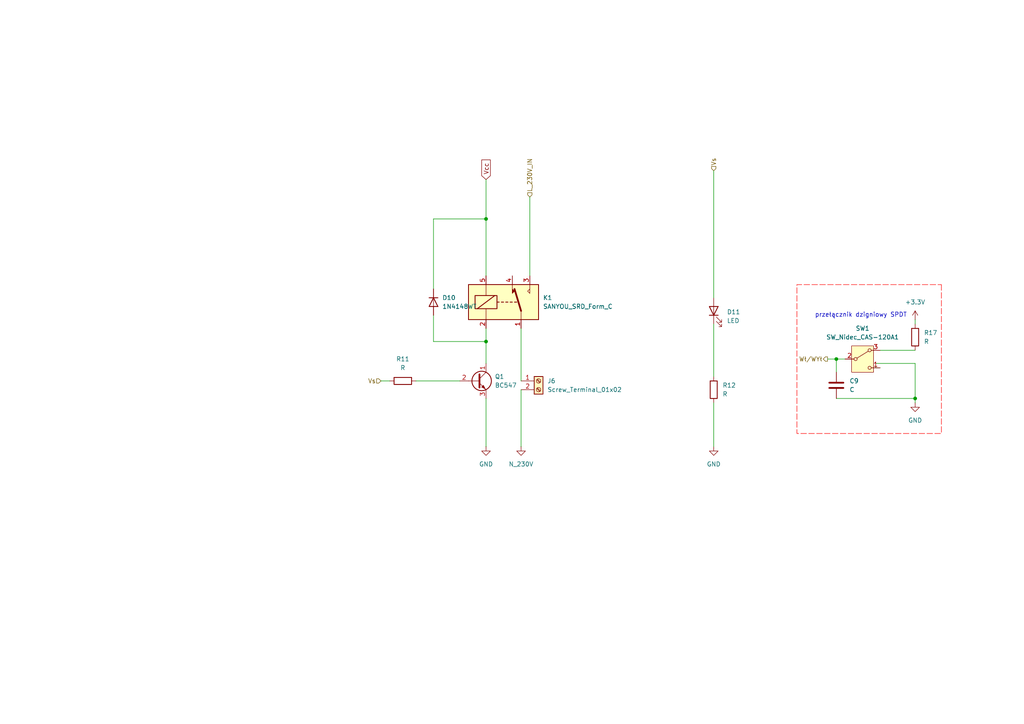
<source format=kicad_sch>
(kicad_sch (version 20250114) (generator "eeschema") (generator_version "9.0")
  (paper "A4")
  (lib_symbols
    (symbol "Connector:Screw_Terminal_01x02" (pin_names (offset 1.016) (hide yes))
      (property "Reference" "J" (at 0 2.54 0))
      (property "Value" "Screw_Terminal_01x02" (at 0 -5.08 0))
      (symbol "Screw_Terminal_01x02_1_1"
        (rectangle (start -1.27 1.27) (end 1.27 -3.81) (stroke (width 0.254)) (fill (type background)))
        (polyline (pts (xy -0.5334 0.3302) (xy 0.3302 -0.508)) (stroke (width 0.1524)))
        (polyline (pts (xy -0.5334 -2.2098) (xy 0.3302 -3.048)) (stroke (width 0.1524)))
        (polyline (pts (xy -0.3556 0.508) (xy 0.508 -0.3302)) (stroke (width 0.1524)))
        (polyline (pts (xy -0.3556 -2.032) (xy 0.508 -2.8702)) (stroke (width 0.1524)))
        (circle (center 0 0) (radius 0.635) (stroke (width 0.1524)))
        (circle (center 0 -2.54) (radius 0.635) (stroke (width 0.1524)))
        (pin passive line (at -5.08 0 0) (length 3.81) (name "Pin_1") (number "1"))
        (pin passive line (at -5.08 -2.54 0) (length 3.81) (name "Pin_2") (number "2"))
      )
    )
    (symbol "Device:C" (pin_numbers (hide yes)) (pin_names (offset 0.254))
      (property "Reference" "C" (at 0.635 2.54 0))
      (property "Value" "C" (at 0.635 -2.54 0))
      (symbol "C_0_1"
        (polyline (pts (xy -2.032 0.762) (xy 2.032 0.762)) (stroke (width 0.508)))
        (polyline (pts (xy -2.032 -0.762) (xy 2.032 -0.762)) (stroke (width 0.508)))
      )
      (symbol "C_1_1"
        (pin passive line (at 0 3.81 270) (length 2.794) (name "~") (number "1"))
        (pin passive line (at 0 -3.81 90) (length 2.794) (name "~") (number "2"))
      )
    )
    (symbol "Device:LED" (pin_numbers (hide yes)) (pin_names (offset 1.016) (hide yes))
      (property "Reference" "D" (at 0 2.54 0))
      (property "Value" "LED" (at 0 -2.54 0))
      (symbol "LED_0_1"
        (polyline (pts (xy -3.048 -0.762) (xy -4.572 -2.286) (xy -3.81 -2.286) (xy -4.572 -2.286) (xy -4.572 -1.524)))
        (polyline (pts (xy -1.778 -0.762) (xy -3.302 -2.286) (xy -2.54 -2.286) (xy -3.302 -2.286) (xy -3.302 -1.524)))
        (polyline (pts (xy -1.27 0) (xy 1.27 0)))
        (polyline (pts (xy -1.27 -1.27) (xy -1.27 1.27)) (stroke (width 0.254)))
        (polyline (pts (xy 1.27 -1.27) (xy 1.27 1.27) (xy -1.27 0) (xy 1.27 -1.27)) (stroke (width 0.254)))
      )
      (symbol "LED_1_1"
        (pin passive line (at -3.81 0 0) (length 2.54) (name "K") (number "1"))
        (pin passive line (at 3.81 0 180) (length 2.54) (name "A") (number "2"))
      )
    )
    (symbol "Device:R" (pin_numbers (hide yes)) (pin_names (offset 0))
      (property "Reference" "R" (at 2.032 0 90))
      (property "Value" "R" (at 0 0 90))
      (symbol "R_0_1"
        (rectangle (start -1.016 -2.54) (end 1.016 2.54) (stroke (width 0.254)))
      )
      (symbol "R_1_1"
        (pin passive line (at 0 3.81 270) (length 1.27) (name "~") (number "1"))
        (pin passive line (at 0 -3.81 90) (length 1.27) (name "~") (number "2"))
      )
    )
    (symbol "Diode:1N4148WT" (pin_numbers (hide yes)) (pin_names (hide yes))
      (property "Reference" "D" (at 0 2.54 0))
      (property "Value" "1N4148WT" (at 0 -2.54 0))
      (symbol "1N4148WT_0_1"
        (polyline (pts (xy -1.27 1.27) (xy -1.27 -1.27)) (stroke (width 0.254)))
        (polyline (pts (xy 1.27 1.27) (xy 1.27 -1.27) (xy -1.27 0) (xy 1.27 1.27)) (stroke (width 0.254)))
        (polyline (pts (xy 1.27 0) (xy -1.27 0)))
      )
      (symbol "1N4148WT_1_1"
        (pin passive line (at -3.81 0 0) (length 2.54) (name "K") (number "1"))
        (pin passive line (at 3.81 0 180) (length 2.54) (name "A") (number "2"))
      )
    )
    (symbol "Relay:SANYOU_SRD_Form_C"
      (property "Reference" "K" (at 11.43 3.81 0))
      (property "Value" "SANYOU_SRD_Form_C" (at 11.43 1.27 0))
      (symbol "SANYOU_SRD_Form_C_0_0"
        (polyline (pts (xy 7.62 5.08) (xy 7.62 2.54) (xy 6.985 3.175) (xy 7.62 3.81)))
      )
      (symbol "SANYOU_SRD_Form_C_0_1"
        (rectangle (start -10.16 5.08) (end 10.16 -5.08) (stroke (width 0.254)) (fill (type background)))
        (rectangle (start -8.255 1.905) (end -1.905 -1.905) (stroke (width 0.254)))
        (polyline (pts (xy -7.62 -1.905) (xy -2.54 1.905)) (stroke (width 0.254)))
        (polyline (pts (xy -5.08 5.08) (xy -5.08 1.905)))
        (polyline (pts (xy -5.08 -5.08) (xy -5.08 -1.905)))
        (polyline (pts (xy -1.905 0) (xy -1.27 0)) (stroke (width 0.254)))
        (polyline (pts (xy -0.635 0) (xy 0 0)) (stroke (width 0.254)))
        (polyline (pts (xy 0.635 0) (xy 1.27 0)) (stroke (width 0.254)))
        (polyline (pts (xy 1.905 0) (xy 2.54 0)) (stroke (width 0.254)))
        (polyline (pts (xy 3.175 0) (xy 3.81 0)) (stroke (width 0.254)))
        (polyline (pts (xy 5.08 -2.54) (xy 3.175 3.81)) (stroke (width 0.508)))
        (polyline (pts (xy 5.08 -2.54) (xy 5.08 -5.08)))
      )
      (symbol "SANYOU_SRD_Form_C_1_1"
        (polyline (pts (xy 2.54 3.81) (xy 3.175 3.175) (xy 2.54 2.54) (xy 2.54 5.08)) (fill (type outline)))
        (pin passive line (at -5.08 7.62 270) (length 2.54) (name "~") (number "5"))
        (pin passive line (at -5.08 -7.62 90) (length 2.54) (name "~") (number "2"))
        (pin passive line (at 2.54 7.62 270) (length 2.54) (name "~") (number "4"))
        (pin passive line (at 5.08 -7.62 90) (length 2.54) (name "~") (number "1"))
        (pin passive line (at 7.62 7.62 270) (length 2.54) (name "~") (number "3"))
      )
    )
    (symbol "Switch:SW_Nidec_CAS-120A1" (pin_names (offset 1) (hide yes))
      (property "Reference" "SW" (at 0 4.318 0))
      (property "Value" "SW_Nidec_CAS-120A1" (at 0 -5.08 0))
      (symbol "SW_Nidec_CAS-120A1_0_1"
        (circle (center -2.032 0) (radius 0.4572))
        (polyline (pts (xy -1.651 0.254) (xy 1.651 2.286)))
        (circle (center 2.032 2.54) (radius 0.4572))
        (circle (center 2.032 -2.54) (radius 0.4572))
      )
      (symbol "SW_Nidec_CAS-120A1_1_1"
        (rectangle (start -3.175 3.81) (end 3.175 -3.81) (fill (type background)))
        (pin passive line (at -5.08 0 0) (length 2.54) (name "B") (number "2"))
        (pin passive line (at 5.08 2.54 180) (length 2.54) (name "A") (number "3"))
        (pin passive line (at 5.08 -2.54 180) (length 2.54) (name "C") (number "1"))
      )
    )
    (symbol "Transistor_BJT:BC547" (pin_names (offset 0) (hide yes))
      (property "Reference" "Q" (at 5.08 1.905 0))
      (property "Value" "BC547" (at 5.08 0 0))
      (symbol "BC547_0_1"
        (polyline (pts (xy -2.54 0) (xy 0.635 0)))
        (polyline (pts (xy 0.635 1.905) (xy 0.635 -1.905)) (stroke (width 0.508)))
        (circle (center 1.27 0) (radius 2.8194) (stroke (width 0.254)))
      )
      (symbol "BC547_1_1"
        (polyline (pts (xy 0.635 0.635) (xy 2.54 2.54)))
        (polyline (pts (xy 0.635 -0.635) (xy 2.54 -2.54)))
        (polyline (pts (xy 1.27 -1.778) (xy 1.778 -1.27) (xy 2.286 -2.286) (xy 1.27 -1.778)) (fill (type outline)))
        (pin input line (at -5.08 0 0) (length 2.54) (name "B") (number "2"))
        (pin passive line (at 2.54 5.08 270) (length 2.54) (name "C") (number "1"))
        (pin passive line (at 2.54 -5.08 90) (length 2.54) (name "E") (number "3"))
      )
    )
    (symbol "power:+5V" (power) (pin_numbers (hide yes)) (pin_names (offset 0) (hide yes))
      (property "Value" "+5V" (at 0 3.556 0))
      (symbol "+5V_0_1"
        (polyline (pts (xy -0.762 1.27) (xy 0 2.54)))
        (polyline (pts (xy 0 2.54) (xy 0.762 1.27)))
        (polyline (pts (xy 0 0) (xy 0 2.54)))
      )
      (symbol "+5V_1_1"
        (pin power_in line (at 0 0 90) (length 0) (name "~") (number "1"))
      )
    )
    (symbol "power:GND" (power) (pin_numbers (hide yes)) (pin_names (offset 0) (hide yes))
      (property "Value" "GND" (at 0 -3.81 0))
      (symbol "GND_0_1"
        (polyline (pts (xy 0 0) (xy 0 -1.27) (xy 1.27 -1.27) (xy 0 -2.54) (xy -1.27 -1.27) (xy 0 -1.27)))
      )
      (symbol "GND_1_1"
        (pin power_in line (at 0 0 270) (length 0) (name "~") (number "1"))
      )
    )
  )
  (text "przełącznik dzigniowy SPDT " (at 250.19 91.44 0) (effects (font (size 1.27 1.27))))
  (junction (at 265.43 115.57))
  (junction (at 140.97 99.06))
  (junction (at 140.97 63.5))
  (junction (at 242.57 104.14))
  (wire (pts (xy 254 105.41) (xy 265.43 105.41)))
  (wire (pts (xy 110.49 110.49) (xy 113.03 110.49)))
  (wire (pts (xy 140.97 63.5) (xy 140.97 80.01)))
  (wire (pts (xy 125.73 99.06) (xy 140.97 99.06)))
  (wire (pts (xy 207.01 93.98) (xy 207.01 109.22)))
  (wire (pts (xy 240.03 104.14) (xy 242.57 104.14)))
  (wire (pts (xy 242.57 104.14) (xy 242.57 107.95)))
  (wire (pts (xy 140.97 115.57) (xy 140.97 129.54)))
  (wire (pts (xy 242.57 104.14) (xy 245.11 104.14)))
  (wire (pts (xy 140.97 99.06) (xy 140.97 105.41)))
  (wire (pts (xy 140.97 52.07) (xy 140.97 63.5)))
  (wire (pts (xy 242.57 115.57) (xy 265.43 115.57)))
  (wire (pts (xy 255.27 101.6) (xy 265.43 101.6)))
  (wire (pts (xy 151.13 113.03) (xy 151.13 129.54)))
  (wire (pts (xy 265.43 116.84) (xy 265.43 115.57)))
  (wire (pts (xy 265.43 92.71) (xy 265.43 93.98)))
  (wire (pts (xy 153.67 57.15) (xy 153.67 80.01)))
  (wire (pts (xy 207.01 116.84) (xy 207.01 129.54)))
  (wire (pts (xy 120.65 110.49) (xy 133.35 110.49)))
  (wire (pts (xy 265.43 105.41) (xy 265.43 115.57)))
  (wire (pts (xy 125.73 63.5) (xy 125.73 83.82)))
  (wire (pts (xy 125.73 63.5) (xy 140.97 63.5)))
  (wire (pts (xy 254 106.68) (xy 255.27 106.68)))
  (wire (pts (xy 140.97 95.25) (xy 140.97 99.06)))
  (wire (pts (xy 125.73 91.44) (xy 125.73 99.06)))
  (wire (pts (xy 151.13 110.49) (xy 151.13 95.25)))
  (wire (pts (xy 254 105.41) (xy 254 106.68)))
  (wire (pts (xy 207.01 49.53) (xy 207.01 86.36)))
  (global_label "Vcc" (shape input) (at 140.97 52.07 90) (property "Intersheetrefs" "${INTERSHEET_REFS}" (effects (hide yes))))
  (hierarchical_label "L_230V_IN" (shape input) (at 153.67 57.15 90))
  (hierarchical_label "Wł{slash}WYł" (shape output) (at 240.03 104.14 180))
  (hierarchical_label "Vs" (shape input) (at 110.49 110.49 180))
  (hierarchical_label "Vs" (shape input) (at 207.01 49.53 90))
  (rule_area (polyline (pts (xy 273.05 82.55) (xy 273.05 125.73) (xy 231.14 125.73) (xy 231.14 82.55)) (stroke (width 0) (type dash))))
  (symbol (lib_id "Diode:1N4148WT") (at 125.73 87.63 270) (unit 1)
    (property "Reference" "D10" (at 128.27 86.3599 90) (effects (justify left)))
    (property "Value" "1N4148WT" (at 128.27 88.8999 90) (effects (justify left)))
    (property "Footprint" "Diode_SMD:D_SOD-523" (effects (hide yes)))
    (property "Datasheet" "https://www.diodes.com/assets/Datasheets/ds30396.pdf" (effects (hide yes)))
    (property "Description" "75V 0.15A Fast switching Diode, SOD-523" (effects (hide yes)))
    (property "Sim.Device" "D" (effects (hide yes)))
    (property "Sim.Pins" "1=K 2=A" (effects (hide yes)))
  )
  (symbol (lib_id "Connector:Screw_Terminal_01x02") (at 156.21 110.49 0) (unit 1)
    (property "Reference" "J6" (at 158.75 110.4899 0) (effects (justify left)))
    (property "Value" "Screw_Terminal_01x02" (at 158.75 113.0299 0) (effects (justify left)))
    (property "Footprint" "TerminalBlock:TerminalBlock_Wuerth_691311400102_P7.62mm" (effects (hide yes)))
    (property "Description" "Generic screw terminal, single row, 01x02, script generated (kicad-library-utils/schlib/autogen/connector/)" (effects (hide yes)))
  )
  (symbol (lib_id "Switch:SW_Nidec_CAS-120A1") (at 250.19 104.14 0) (unit 1)
    (property "Reference" "SW1" (at 250.19 95.25 0))
    (property "Value" "SW_Nidec_CAS-120A1" (at 250.19 97.79 0))
    (property "Footprint" "Button_Switch_SMD:Nidec_Copal_CAS-120A" (effects (hide yes)))
    (property "Datasheet" "https://www.nidec-components.com/e/catalog/switch/cas.pdf" (effects (hide yes)))
    (property "Description" "Switch, single pole double throw" (effects (hide yes)))
  )
  (symbol (lib_id "power:GND") (at 151.13 129.54 0) (unit 1)
    (property "Reference" "#PWR020" (effects (hide yes)))
    (property "Value" "N_230V" (at 151.13 134.62 0))
    (property "Description" "Power symbol creates a global label with name \"GND\" , ground" (effects (hide yes)))
  )
  (symbol (lib_id "power:GND") (at 265.43 116.84 0) (unit 1)
    (property "Reference" "#PWR047" (effects (hide yes)))
    (property "Value" "GND" (at 265.43 121.92 0))
    (property "Description" "Power symbol creates a global label with name \"GND\" , ground" (effects (hide yes)))
  )
  (symbol (lib_id "Device:C") (at 242.57 111.76 0) (unit 1)
    (property "Reference" "C9" (at 246.38 110.4899 0) (effects (justify left)))
    (property "Value" "C" (at 246.38 113.0299 0) (effects (justify left)))
    (property "Description" "Unpolarized capacitor" (effects (hide yes)))
  )
  (symbol (lib_id "Device:R") (at 116.84 110.49 90) (unit 1)
    (property "Reference" "R11" (at 116.84 104.14 90))
    (property "Value" "R" (at 116.84 106.68 90))
    (property "Footprint" "Resistor_SMD:R_1206_3216Metric" (effects (hide yes)))
    (property "Description" "Resistor" (effects (hide yes)))
  )
  (symbol (lib_id "Relay:SANYOU_SRD_Form_C") (at 146.05 87.63 0) (unit 1)
    (property "Reference" "K1" (at 157.48 86.3599 0) (effects (justify left)))
    (property "Value" "SANYOU_SRD_Form_C" (at 157.48 88.8999 0) (effects (justify left)))
    (property "Footprint" "Relay_THT:Relay_SPDT_SANYOU_SRD_Series_Form_C" (effects (hide yes)))
    (property "Datasheet" "http://www.sanyourelay.ca/public/products/pdf/SRD.pdf" (effects (hide yes)))
    (property "Description" "Sanyo SRD relay, Single Pole Miniature Power Relay," (effects (hide yes)))
  )
  (symbol (lib_id "Device:LED") (at 207.01 90.17 90) (unit 1)
    (property "Reference" "D11" (at 210.82 90.4874 90) (effects (justify right)))
    (property "Value" "LED" (at 210.82 93.0274 90) (effects (justify right)))
    (property "Footprint" "LED_SMD:LED_1206_3216Metric" (effects (hide yes)))
    (property "Description" "Light emitting diode" (effects (hide yes)))
    (property "Sim.Pins" "1=K 2=A" (effects (hide yes)))
  )
  (symbol (lib_id "power:+5V") (at 265.43 92.71 0) (unit 1)
    (property "Reference" "#PWR046" (effects (hide yes)))
    (property "Value" "+3.3V" (at 265.43 87.63 0))
    (property "Description" "Power symbol creates a global label with name \"+5V\"" (effects (hide yes)))
  )
  (symbol (lib_id "power:GND") (at 207.01 129.54 0) (unit 1)
    (property "Reference" "#PWR021" (effects (hide yes)))
    (property "Value" "GND" (at 207.01 134.62 0))
    (property "Description" "Power symbol creates a global label with name \"GND\" , ground" (effects (hide yes)))
  )
  (symbol (lib_id "Transistor_BJT:BC547") (at 138.43 110.49 0) (unit 1)
    (property "Reference" "Q1" (at 143.51 109.2199 0) (effects (justify left)))
    (property "Value" "BC547" (at 143.51 111.7599 0) (effects (justify left)))
    (property "Footprint" "Package_TO_SOT_THT:TO-92_Inline" (effects (hide yes)))
    (property "Datasheet" "https://www.onsemi.com/pub/Collateral/BC550-D.pdf" (effects (hide yes)))
    (property "Description" "0.1A Ic, 45V Vce, Small Signal NPN Transistor, TO-92" (effects (hide yes)))
  )
  (symbol (lib_id "Device:R") (at 207.01 113.03 0) (unit 1)
    (property "Reference" "R12" (at 209.55 111.7599 0) (effects (justify left)))
    (property "Value" "R" (at 209.55 114.2999 0) (effects (justify left)))
    (property "Footprint" "Resistor_SMD:R_1206_3216Metric" (effects (hide yes)))
    (property "Description" "Resistor" (effects (hide yes)))
  )
  (symbol (lib_id "power:GND") (at 140.97 129.54 0) (unit 1)
    (property "Reference" "#PWR019" (effects (hide yes)))
    (property "Value" "GND" (at 140.97 134.62 0))
    (property "Description" "Power symbol creates a global label with name \"GND\" , ground" (effects (hide yes)))
  )
  (symbol (lib_id "Device:R") (at 265.43 97.79 0) (unit 1)
    (property "Reference" "R17" (at 267.97 96.5199 0) (effects (justify left)))
    (property "Value" "R" (at 267.97 99.0599 0) (effects (justify left)))
    (property "Footprint" "Resistor_SMD:R_1206_3216Metric" (effects (hide yes)))
    (property "Description" "Resistor" (effects (hide yes)))
  )
)
</source>
